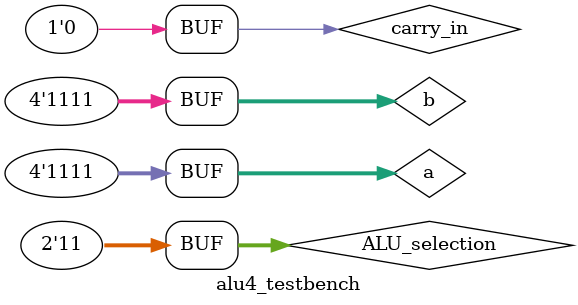
<source format=v>
module alu4_testbench();
	reg[1:0] ALU_selection;
	reg[3:0] a;
	reg[3:0] b;
	reg carry_in;
	wire [3:0] ALU_output;
   wire carry_out;
	
	alu4 aluTest(ALU_output,carry_out,ALU_selection,a,b,carry_in);
	
initial begin

a = 4'b0000; b = 32'b1111; ALU_selection=2'b00; carry_in = 1'b0; 
#20;
a = 4'b0000; b = 32'b1111; ALU_selection=2'b01; carry_in = 1'b0;
#20;
a = 4'b0000; b = 32'b1111; ALU_selection=2'b10; carry_in = 1'b0;
#20;
a = 4'b0000; b = 32'b1111; ALU_selection=2'b11; carry_in = 1'b0;
#20;

a = 4'b1111; b = 32'b1111; ALU_selection=2'b00; 
#20;
a = 4'b1111; b = 32'b1111; ALU_selection=2'b01; 
#20;
a = 4'b1111; b = 32'b1111; ALU_selection=2'b10; 
#20
a = 4'b1111; b = 32'b1111; ALU_selection=2'b11; 
#20;
end
 
 
initial
begin
$monitor("time = %2d, a =%4b, b=%4b, ALU_selection=%2b, ALU_output=%4b", $time, a, b, ALU_selection, ALU_output);
end
 
endmodule
</source>
